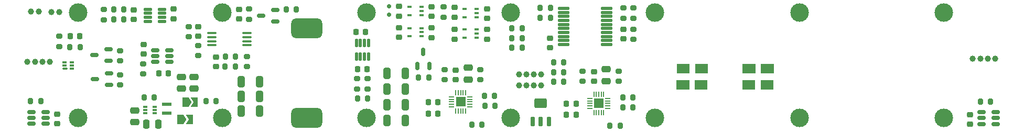
<source format=gbr>
%TF.GenerationSoftware,KiCad,Pcbnew,8.0.4*%
%TF.CreationDate,2024-10-07T15:12:12-07:00*%
%TF.ProjectId,KSS_V50,4b53535f-5635-4302-9e6b-696361645f70,rev?*%
%TF.SameCoordinates,Original*%
%TF.FileFunction,Soldermask,Bot*%
%TF.FilePolarity,Negative*%
%FSLAX46Y46*%
G04 Gerber Fmt 4.6, Leading zero omitted, Abs format (unit mm)*
G04 Created by KiCad (PCBNEW 8.0.4) date 2024-10-07 15:12:12*
%MOMM*%
%LPD*%
G01*
G04 APERTURE LIST*
G04 Aperture macros list*
%AMRoundRect*
0 Rectangle with rounded corners*
0 $1 Rounding radius*
0 $2 $3 $4 $5 $6 $7 $8 $9 X,Y pos of 4 corners*
0 Add a 4 corners polygon primitive as box body*
4,1,4,$2,$3,$4,$5,$6,$7,$8,$9,$2,$3,0*
0 Add four circle primitives for the rounded corners*
1,1,$1+$1,$2,$3*
1,1,$1+$1,$4,$5*
1,1,$1+$1,$6,$7*
1,1,$1+$1,$8,$9*
0 Add four rect primitives between the rounded corners*
20,1,$1+$1,$2,$3,$4,$5,0*
20,1,$1+$1,$4,$5,$6,$7,0*
20,1,$1+$1,$6,$7,$8,$9,0*
20,1,$1+$1,$8,$9,$2,$3,0*%
%AMFreePoly0*
4,1,6,1.000000,0.000000,0.500000,-0.750000,-0.500000,-0.750000,-0.500000,0.750000,0.500000,0.750000,1.000000,0.000000,1.000000,0.000000,$1*%
%AMFreePoly1*
4,1,6,0.500000,-0.750000,-0.650000,-0.750000,-0.150000,0.000000,-0.650000,0.750000,0.500000,0.750000,0.500000,-0.750000,0.500000,-0.750000,$1*%
G04 Aperture macros list end*
%ADD10C,3.000000*%
%ADD11RoundRect,0.200000X0.275000X-0.200000X0.275000X0.200000X-0.275000X0.200000X-0.275000X-0.200000X0*%
%ADD12RoundRect,0.200000X-0.200000X-0.275000X0.200000X-0.275000X0.200000X0.275000X-0.200000X0.275000X0*%
%ADD13C,1.000000*%
%ADD14RoundRect,0.225000X0.225000X0.250000X-0.225000X0.250000X-0.225000X-0.250000X0.225000X-0.250000X0*%
%ADD15RoundRect,0.200000X-0.275000X0.200000X-0.275000X-0.200000X0.275000X-0.200000X0.275000X0.200000X0*%
%ADD16RoundRect,0.200000X0.200000X0.275000X-0.200000X0.275000X-0.200000X-0.275000X0.200000X-0.275000X0*%
%ADD17RoundRect,0.125000X-0.537500X-0.125000X0.537500X-0.125000X0.537500X0.125000X-0.537500X0.125000X0*%
%ADD18RoundRect,0.100000X0.225000X0.100000X-0.225000X0.100000X-0.225000X-0.100000X0.225000X-0.100000X0*%
%ADD19RoundRect,0.250000X0.475000X-0.250000X0.475000X0.250000X-0.475000X0.250000X-0.475000X-0.250000X0*%
%ADD20RoundRect,0.225000X-0.225000X-0.250000X0.225000X-0.250000X0.225000X0.250000X-0.225000X0.250000X0*%
%ADD21RoundRect,0.225000X-0.250000X0.225000X-0.250000X-0.225000X0.250000X-0.225000X0.250000X0.225000X0*%
%ADD22RoundRect,0.250000X0.250000X0.475000X-0.250000X0.475000X-0.250000X-0.475000X0.250000X-0.475000X0*%
%ADD23RoundRect,0.250000X-0.325000X-0.650000X0.325000X-0.650000X0.325000X0.650000X-0.325000X0.650000X0*%
%ADD24RoundRect,0.225000X0.250000X-0.225000X0.250000X0.225000X-0.250000X0.225000X-0.250000X-0.225000X0*%
%ADD25RoundRect,0.070000X0.355000X-0.070000X0.355000X0.070000X-0.355000X0.070000X-0.355000X-0.070000X0*%
%ADD26RoundRect,0.070000X0.305000X-0.070000X0.305000X0.070000X-0.305000X0.070000X-0.305000X-0.070000X0*%
%ADD27RoundRect,0.085000X-0.265000X-0.085000X0.265000X-0.085000X0.265000X0.085000X-0.265000X0.085000X0*%
%ADD28R,1.600000X0.550000*%
%ADD29R,1.500000X1.500000*%
%ADD30FreePoly0,180.000000*%
%ADD31FreePoly0,0.000000*%
%ADD32RoundRect,0.150000X0.512500X0.150000X-0.512500X0.150000X-0.512500X-0.150000X0.512500X-0.150000X0*%
%ADD33RoundRect,0.812500X1.687500X-0.812500X1.687500X0.812500X-1.687500X0.812500X-1.687500X-0.812500X0*%
%ADD34RoundRect,0.075000X0.225000X0.675000X-0.225000X0.675000X-0.225000X-0.675000X0.225000X-0.675000X0*%
%ADD35RoundRect,0.187500X0.812500X0.562500X-0.812500X0.562500X-0.812500X-0.562500X0.812500X-0.562500X0*%
%ADD36FreePoly1,0.000000*%
%ADD37RoundRect,0.150000X-0.200000X0.150000X-0.200000X-0.150000X0.200000X-0.150000X0.200000X0.150000X0*%
%ADD38RoundRect,0.050000X0.375000X0.050000X-0.375000X0.050000X-0.375000X-0.050000X0.375000X-0.050000X0*%
%ADD39RoundRect,0.050000X0.050000X0.375000X-0.050000X0.375000X-0.050000X-0.375000X0.050000X-0.375000X0*%
%ADD40R,1.650000X1.650000*%
%ADD41RoundRect,0.150000X0.150000X-0.512500X0.150000X0.512500X-0.150000X0.512500X-0.150000X-0.512500X0*%
%ADD42RoundRect,0.125000X-0.825000X-0.125000X0.825000X-0.125000X0.825000X0.125000X-0.825000X0.125000X0*%
%ADD43RoundRect,0.125000X0.125000X-0.537500X0.125000X0.537500X-0.125000X0.537500X-0.125000X-0.537500X0*%
%ADD44RoundRect,0.250000X-0.475000X0.250000X-0.475000X-0.250000X0.475000X-0.250000X0.475000X0.250000X0*%
%ADD45RoundRect,0.100000X0.637500X0.100000X-0.637500X0.100000X-0.637500X-0.100000X0.637500X-0.100000X0*%
G04 APERTURE END LIST*
D10*
%TO.C,SC5*%
X173500000Y-91900000D03*
X173500000Y-108900000D03*
%TD*%
%TO.C,SC6*%
X196800000Y-91900000D03*
X196800000Y-108900000D03*
%TD*%
%TO.C,SC2*%
X103600000Y-91900000D03*
X103600000Y-108900000D03*
%TD*%
%TO.C,SC7*%
X220100000Y-91900000D03*
X220100000Y-108900000D03*
%TD*%
%TO.C,SC4*%
X150200000Y-91900000D03*
X150200000Y-108900000D03*
%TD*%
%TO.C,SC3*%
X126900000Y-91900000D03*
X126900000Y-108900000D03*
%TD*%
%TO.C,SC1*%
X80300000Y-91900000D03*
X80300000Y-108900000D03*
%TD*%
D11*
%TO.C,R25*%
X167600000Y-103025000D03*
X167600000Y-101375000D03*
%TD*%
D12*
%TO.C,R6*%
X104075000Y-100600000D03*
X105725000Y-100600000D03*
%TD*%
D13*
%TO.C,J5*%
X155100000Y-103650000D03*
X153900000Y-103650000D03*
X152700000Y-103650000D03*
X151500000Y-103650000D03*
%TD*%
D14*
%TO.C,C21*%
X138425000Y-108200000D03*
X136875000Y-108200000D03*
%TD*%
D15*
%TO.C,R37*%
X170000000Y-94595000D03*
X170000000Y-96245000D03*
%TD*%
D16*
%TO.C,R46*%
X169915000Y-105630000D03*
X168265000Y-105630000D03*
%TD*%
%TO.C,R42*%
X167845000Y-110220000D03*
X166195000Y-110220000D03*
%TD*%
D14*
%TO.C,C26*%
X160725000Y-108450000D03*
X159175000Y-108450000D03*
%TD*%
D16*
%TO.C,R45*%
X147565000Y-105360000D03*
X145915000Y-105360000D03*
%TD*%
D17*
%TO.C,U4*%
X91575000Y-93300000D03*
X91575000Y-92650000D03*
X91575000Y-92000000D03*
X91575000Y-91350000D03*
X93850000Y-91350000D03*
X93850000Y-92000000D03*
X93850000Y-92650000D03*
X93850000Y-93300000D03*
%TD*%
D16*
%TO.C,R43*%
X147645000Y-106940000D03*
X145995000Y-106940000D03*
%TD*%
D14*
%TO.C,C32*%
X94900000Y-101682500D03*
X93350000Y-101682500D03*
%TD*%
D18*
%TO.C,U15*%
X135750000Y-94400000D03*
X135750000Y-95050000D03*
X135750000Y-95700000D03*
X133850000Y-95700000D03*
X133850000Y-94400000D03*
%TD*%
D12*
%TO.C,R23*%
X150375000Y-96010000D03*
X152025000Y-96010000D03*
%TD*%
%TO.C,R21*%
X150365000Y-97550000D03*
X152015000Y-97550000D03*
%TD*%
D19*
%TO.C,C20*%
X143300000Y-102700000D03*
X143300000Y-100800000D03*
%TD*%
D20*
%TO.C,C13*%
X79050000Y-95750000D03*
X80600000Y-95750000D03*
%TD*%
D21*
%TO.C,C14*%
X95725000Y-91325000D03*
X95725000Y-92875000D03*
%TD*%
D22*
%TO.C,C17*%
X93250000Y-109900000D03*
X91350000Y-109900000D03*
%TD*%
D11*
%TO.C,R38*%
X139300000Y-92625000D03*
X139300000Y-90975000D03*
%TD*%
%TO.C,R9*%
X125350000Y-104225000D03*
X125350000Y-102575000D03*
%TD*%
D23*
%TO.C,C2*%
X130225000Y-106800000D03*
X133175000Y-106800000D03*
%TD*%
D16*
%TO.C,R44*%
X169935000Y-107230000D03*
X168285000Y-107230000D03*
%TD*%
D15*
%TO.C,R30*%
X168400000Y-91150000D03*
X168400000Y-92800000D03*
%TD*%
D24*
%TO.C,C31*%
X90875000Y-98582500D03*
X90875000Y-97032500D03*
%TD*%
D14*
%TO.C,C22*%
X138425000Y-106350000D03*
X136875000Y-106350000D03*
%TD*%
%TO.C,C12*%
X126975000Y-101050000D03*
X125425000Y-101050000D03*
%TD*%
D25*
%TO.C,U3*%
X78175000Y-100950000D03*
D26*
X78125000Y-100450000D03*
X78125000Y-99950000D03*
X79275000Y-99950000D03*
X79275000Y-100450000D03*
X79275000Y-100950000D03*
%TD*%
D23*
%TO.C,C3*%
X130225000Y-104300000D03*
X133175000Y-104300000D03*
%TD*%
D21*
%TO.C,C8*%
X102600000Y-99075000D03*
X102600000Y-100625000D03*
%TD*%
%TO.C,C39*%
X146400000Y-94625000D03*
X146400000Y-96175000D03*
%TD*%
D11*
%TO.C,R5*%
X99700000Y-98846474D03*
X99700000Y-97196474D03*
%TD*%
D23*
%TO.C,C4*%
X130225000Y-101750000D03*
X133175000Y-101750000D03*
%TD*%
D16*
%TO.C,R41*%
X145525000Y-110050000D03*
X143875000Y-110050000D03*
%TD*%
D27*
%TO.C,U5*%
X91200000Y-108150000D03*
X91200000Y-107650000D03*
X91200000Y-107150000D03*
X92700000Y-107150000D03*
X92700000Y-107650000D03*
X92700000Y-108150000D03*
%TD*%
D24*
%TO.C,C24*%
X163600000Y-102975000D03*
X163600000Y-101425000D03*
%TD*%
D28*
%TO.C,L2*%
X94600000Y-106725000D03*
X94600000Y-108175000D03*
%TD*%
D23*
%TO.C,C7*%
X106675000Y-107850000D03*
X109625000Y-107850000D03*
%TD*%
D29*
%TO.C,JP3*%
X180700000Y-100950000D03*
X178300000Y-100950000D03*
D30*
X181500000Y-100950000D03*
D31*
X177500000Y-100950000D03*
%TD*%
D13*
%TO.C,J2*%
X75750000Y-99900000D03*
X74550000Y-99900000D03*
X73350000Y-99900000D03*
X72150000Y-99900000D03*
%TD*%
D16*
%TO.C,R18*%
X74275000Y-106250000D03*
X72625000Y-106250000D03*
%TD*%
D11*
%TO.C,R8*%
X127050000Y-104225000D03*
X127050000Y-102575000D03*
%TD*%
D32*
%TO.C,U8*%
X228487500Y-108000000D03*
X228487500Y-108950000D03*
X228487500Y-109900000D03*
X226212500Y-109900000D03*
X226212500Y-108950000D03*
X226212500Y-108000000D03*
%TD*%
D24*
%TO.C,C23*%
X224364883Y-109917093D03*
X224364883Y-108367093D03*
%TD*%
D21*
%TO.C,C36*%
X137400000Y-90975000D03*
X137400000Y-92525000D03*
%TD*%
D11*
%TO.C,R20*%
X139500000Y-102775000D03*
X139500000Y-101125000D03*
%TD*%
D13*
%TO.C,J3*%
X224800000Y-99350000D03*
X226000000Y-99350000D03*
X227200000Y-99350000D03*
X228400000Y-99350000D03*
%TD*%
D18*
%TO.C,U13*%
X135750000Y-91000000D03*
X135750000Y-91650000D03*
X135750000Y-92300000D03*
X133850000Y-92300000D03*
X133850000Y-91000000D03*
%TD*%
D24*
%TO.C,C9*%
X106360000Y-92955000D03*
X106360000Y-91405000D03*
%TD*%
D33*
%TO.C,L1*%
X117200000Y-108950000D03*
X117200000Y-94450000D03*
%TD*%
D13*
%TO.C,J1*%
X77240000Y-91780000D03*
X76040000Y-91780000D03*
%TD*%
D32*
%TO.C,U11*%
X95087500Y-97987500D03*
X95087500Y-98937500D03*
X95087500Y-99887500D03*
X92812500Y-99887500D03*
X92812500Y-98937500D03*
X92812500Y-97987500D03*
%TD*%
D16*
%TO.C,R32*%
X102625000Y-106225000D03*
X100975000Y-106225000D03*
%TD*%
D18*
%TO.C,U12*%
X144650000Y-91325000D03*
X144650000Y-91975000D03*
X144650000Y-92625000D03*
X142750000Y-92625000D03*
X142750000Y-91325000D03*
%TD*%
D12*
%TO.C,R34*%
X154925000Y-92750000D03*
X156575000Y-92750000D03*
%TD*%
D21*
%TO.C,C34*%
X141150000Y-91075000D03*
X141150000Y-92625000D03*
%TD*%
%TO.C,C33*%
X168400000Y-94620000D03*
X168400000Y-96170000D03*
%TD*%
D13*
%TO.C,J4*%
X73940000Y-91740000D03*
X72740000Y-91740000D03*
%TD*%
D34*
%TO.C,SW2*%
X156320000Y-109510000D03*
X155020000Y-109510000D03*
D35*
X155020000Y-106510000D03*
D34*
X153720000Y-109510000D03*
%TD*%
D29*
%TO.C,JP2*%
X180650000Y-103600000D03*
X178250000Y-103600000D03*
D30*
X181450000Y-103600000D03*
D31*
X177450000Y-103600000D03*
%TD*%
D11*
%TO.C,R19*%
X145300000Y-102775000D03*
X145300000Y-101125000D03*
%TD*%
D12*
%TO.C,R22*%
X150375000Y-94480000D03*
X152025000Y-94480000D03*
%TD*%
D32*
%TO.C,Q5*%
X112127500Y-91440000D03*
X112127500Y-93340000D03*
X109852500Y-92390000D03*
%TD*%
D31*
%TO.C,JP1*%
X96875000Y-109150000D03*
D36*
X98325000Y-109150000D03*
%TD*%
D29*
%TO.C,JP5*%
X191350000Y-100950000D03*
X188950000Y-100950000D03*
D30*
X192150000Y-100950000D03*
D31*
X188150000Y-100950000D03*
%TD*%
D16*
%TO.C,R11*%
X80650000Y-97450000D03*
X79000000Y-97450000D03*
%TD*%
D32*
%TO.C,Q1*%
X85262500Y-97825000D03*
X85262500Y-99725000D03*
X82987500Y-98775000D03*
%TD*%
D11*
%TO.C,R26*%
X161800000Y-103025000D03*
X161800000Y-101375000D03*
%TD*%
D37*
%TO.C,D1*%
X130500000Y-92275000D03*
X130500000Y-90875000D03*
%TD*%
D21*
%TO.C,C35*%
X146400000Y-91275000D03*
X146400000Y-92825000D03*
%TD*%
D31*
%TO.C,JP8*%
X97675000Y-106350000D03*
D36*
X99125000Y-106350000D03*
%TD*%
D11*
%TO.C,R10*%
X84462500Y-93050000D03*
X84462500Y-91400000D03*
%TD*%
%TO.C,R12*%
X77305000Y-97400000D03*
X77305000Y-95750000D03*
%TD*%
D13*
%TO.C,J6*%
X155100000Y-101900000D03*
X153900000Y-101900000D03*
X152700000Y-101900000D03*
X151500000Y-101900000D03*
%TD*%
D38*
%TO.C,U7*%
X143550000Y-105530000D03*
X143550000Y-105930000D03*
X143550000Y-106330000D03*
X143550000Y-106730000D03*
X143550000Y-107130000D03*
D39*
X142900000Y-107780000D03*
X142500000Y-107780000D03*
X142100000Y-107780000D03*
X141700000Y-107780000D03*
X141300000Y-107780000D03*
D38*
X140650000Y-107130000D03*
X140650000Y-106730000D03*
X140650000Y-106330000D03*
X140650000Y-105930000D03*
X140650000Y-105530000D03*
D39*
X141300000Y-104880000D03*
X141700000Y-104880000D03*
X142100000Y-104880000D03*
X142500000Y-104880000D03*
X142900000Y-104880000D03*
D40*
X142100000Y-106330000D03*
%TD*%
D14*
%TO.C,C27*%
X160725000Y-106600000D03*
X159175000Y-106600000D03*
%TD*%
D15*
%TO.C,R14*%
X87100000Y-101975000D03*
X87100000Y-103625000D03*
%TD*%
D24*
%TO.C,C15*%
X89287500Y-93000000D03*
X89287500Y-91450000D03*
%TD*%
D32*
%TO.C,Q2*%
X85300000Y-101725000D03*
X85300000Y-103625000D03*
X83025000Y-102675000D03*
%TD*%
D16*
%TO.C,R27*%
X158745000Y-103070000D03*
X157095000Y-103070000D03*
%TD*%
D24*
%TO.C,C10*%
X99700000Y-95750000D03*
X99700000Y-94200000D03*
%TD*%
D12*
%TO.C,R15*%
X86062500Y-92975000D03*
X87712500Y-92975000D03*
%TD*%
D41*
%TO.C,Q6*%
X137030000Y-100517500D03*
X135130000Y-100517500D03*
X136080000Y-98242500D03*
%TD*%
D42*
%TO.C,U10*%
X158700000Y-97075000D03*
X158700000Y-96425000D03*
X158700000Y-95775000D03*
X158700000Y-95125000D03*
X158700000Y-94475000D03*
X158700000Y-93825000D03*
X158700000Y-93175000D03*
X158700000Y-92525000D03*
X158700000Y-91875000D03*
X158700000Y-91225000D03*
X165700000Y-91225000D03*
X165700000Y-91875000D03*
X165700000Y-92525000D03*
X165700000Y-93175000D03*
X165700000Y-93825000D03*
X165700000Y-94475000D03*
X165700000Y-95125000D03*
X165700000Y-95775000D03*
X165700000Y-96425000D03*
X165700000Y-97075000D03*
%TD*%
D12*
%TO.C,R3*%
X104087500Y-99050000D03*
X105737500Y-99050000D03*
%TD*%
D15*
%TO.C,R13*%
X87100000Y-98075000D03*
X87100000Y-99725000D03*
%TD*%
D12*
%TO.C,R33*%
X135295000Y-102410000D03*
X136945000Y-102410000D03*
%TD*%
D16*
%TO.C,R24*%
X227662500Y-106300000D03*
X226012500Y-106300000D03*
%TD*%
D12*
%TO.C,R17*%
X90975000Y-105650000D03*
X92625000Y-105650000D03*
%TD*%
D24*
%TO.C,C19*%
X141300000Y-102725000D03*
X141300000Y-101175000D03*
%TD*%
D43*
%TO.C,U2*%
X127215000Y-99052500D03*
X126565000Y-99052500D03*
X125915000Y-99052500D03*
X125265000Y-99052500D03*
X125265000Y-96777500D03*
X125915000Y-96777500D03*
X126565000Y-96777500D03*
X127215000Y-96777500D03*
%TD*%
D11*
%TO.C,R36*%
X90825000Y-101807500D03*
X90825000Y-100157500D03*
%TD*%
D12*
%TO.C,R16*%
X86062500Y-91375000D03*
X87712500Y-91375000D03*
%TD*%
D16*
%TO.C,R29*%
X158745000Y-101520000D03*
X157095000Y-101520000D03*
%TD*%
%TO.C,R47*%
X115565000Y-91400000D03*
X113915000Y-91400000D03*
%TD*%
D11*
%TO.C,R7*%
X98150000Y-95800000D03*
X98150000Y-94150000D03*
%TD*%
D12*
%TO.C,R35*%
X154925000Y-91150000D03*
X156575000Y-91150000D03*
%TD*%
D21*
%TO.C,C37*%
X132150000Y-90925000D03*
X132150000Y-92475000D03*
%TD*%
D44*
%TO.C,C16*%
X89500000Y-107700000D03*
X89500000Y-109600000D03*
%TD*%
D32*
%TO.C,U6*%
X75100000Y-107950000D03*
X75100000Y-108900000D03*
X75100000Y-109850000D03*
X72825000Y-109850000D03*
X72825000Y-108900000D03*
X72825000Y-107950000D03*
%TD*%
D24*
%TO.C,C30*%
X156500000Y-97575000D03*
X156500000Y-96025000D03*
%TD*%
D19*
%TO.C,C29*%
X97000000Y-104200000D03*
X97000000Y-102300000D03*
%TD*%
D45*
%TO.C,U1*%
X107600000Y-95225000D03*
X107600000Y-95875000D03*
X107600000Y-96525000D03*
X107600000Y-97175000D03*
X101875000Y-97175000D03*
X101875000Y-96525000D03*
X101875000Y-95875000D03*
X101875000Y-95225000D03*
%TD*%
D23*
%TO.C,C6*%
X106675000Y-105450000D03*
X109625000Y-105450000D03*
%TD*%
D21*
%TO.C,C41*%
X132150000Y-94325000D03*
X132150000Y-95875000D03*
%TD*%
D19*
%TO.C,C28*%
X99050000Y-104200000D03*
X99050000Y-102300000D03*
%TD*%
D21*
%TO.C,C38*%
X141150000Y-94625000D03*
X141150000Y-96175000D03*
%TD*%
D15*
%TO.C,R2*%
X107600000Y-98975000D03*
X107600000Y-100625000D03*
%TD*%
D23*
%TO.C,C1*%
X130225000Y-109300000D03*
X133175000Y-109300000D03*
%TD*%
D14*
%TO.C,C11*%
X126750000Y-95000000D03*
X125200000Y-95000000D03*
%TD*%
D24*
%TO.C,C18*%
X76925000Y-109875000D03*
X76925000Y-108325000D03*
%TD*%
D16*
%TO.C,R1*%
X127075000Y-105800000D03*
X125425000Y-105800000D03*
%TD*%
D18*
%TO.C,U14*%
X144650000Y-94650000D03*
X144650000Y-95300000D03*
X144650000Y-95950000D03*
X142750000Y-95950000D03*
X142750000Y-94650000D03*
%TD*%
D19*
%TO.C,C25*%
X165600000Y-102950000D03*
X165600000Y-101050000D03*
%TD*%
D16*
%TO.C,R28*%
X158735000Y-99960000D03*
X157085000Y-99960000D03*
%TD*%
D29*
%TO.C,JP4*%
X191300000Y-103600000D03*
X188900000Y-103600000D03*
D30*
X192100000Y-103600000D03*
D31*
X188100000Y-103600000D03*
%TD*%
D15*
%TO.C,R4*%
X107940000Y-91345000D03*
X107940000Y-92995000D03*
%TD*%
D21*
%TO.C,C40*%
X137400000Y-94375000D03*
X137400000Y-95925000D03*
%TD*%
D23*
%TO.C,C5*%
X106675000Y-103050000D03*
X109625000Y-103050000D03*
%TD*%
D38*
%TO.C,U9*%
X165850000Y-105780000D03*
X165850000Y-106180000D03*
X165850000Y-106580000D03*
X165850000Y-106980000D03*
X165850000Y-107380000D03*
D39*
X165200000Y-108030000D03*
X164800000Y-108030000D03*
X164400000Y-108030000D03*
X164000000Y-108030000D03*
X163600000Y-108030000D03*
D38*
X162950000Y-107380000D03*
X162950000Y-106980000D03*
X162950000Y-106580000D03*
X162950000Y-106180000D03*
X162950000Y-105780000D03*
D39*
X163600000Y-105130000D03*
X164000000Y-105130000D03*
X164400000Y-105130000D03*
X164800000Y-105130000D03*
X165200000Y-105130000D03*
D40*
X164400000Y-106580000D03*
%TD*%
D15*
%TO.C,R31*%
X170000000Y-91175000D03*
X170000000Y-92825000D03*
%TD*%
M02*

</source>
